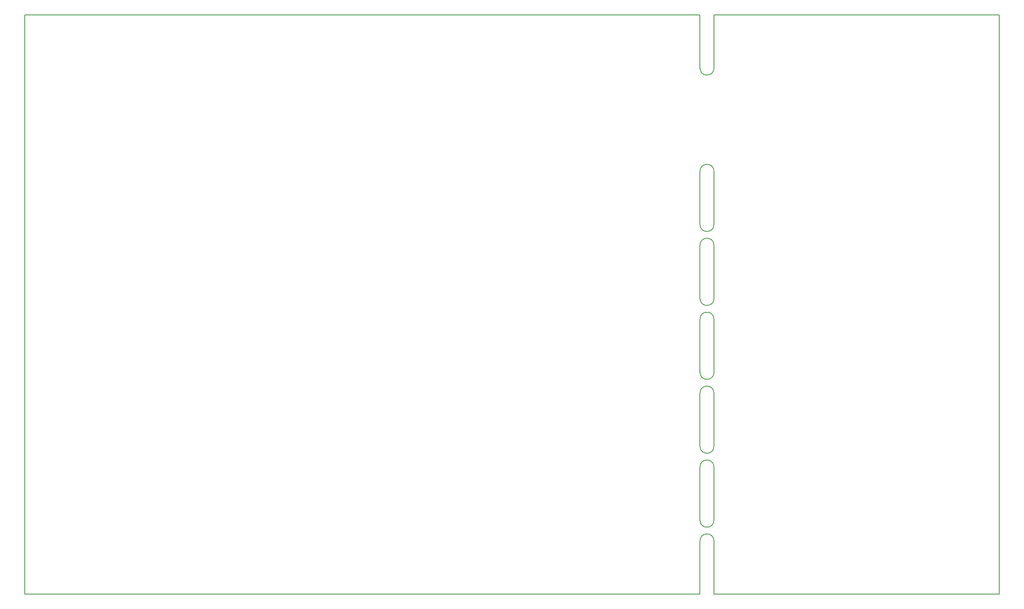
<source format=gm1>
%TF.GenerationSoftware,KiCad,Pcbnew,9.0.1*%
%TF.CreationDate,2025-04-25T11:11:11+02:00*%
%TF.ProjectId,voicemail-box,766f6963-656d-4616-996c-2d626f782e6b,rev?*%
%TF.SameCoordinates,PX5f5e100PY5f5e100*%
%TF.FileFunction,Profile,NP*%
%FSLAX45Y45*%
G04 Gerber Fmt 4.5, Leading zero omitted, Abs format (unit mm)*
G04 Created by KiCad (PCBNEW 9.0.1) date 2025-04-25 11:11:11*
%MOMM*%
%LPD*%
G01*
G04 APERTURE LIST*
%TA.AperFunction,Profile*%
%ADD10C,0.150000*%
%TD*%
G04 APERTURE END LIST*
D10*
X7880000Y-3060000D02*
G75*
G02*
X8180000Y-3060000I150000J0D01*
G01*
X8180000Y7140000D02*
X8180000Y8290000D01*
X7880000Y130000D02*
G75*
G02*
X8180000Y130000I150000J0D01*
G01*
X-6670000Y8290000D02*
X7880000Y8290000D01*
X7880000Y1725000D02*
G75*
G02*
X8180000Y1725000I150000J0D01*
G01*
X8180000Y7140000D02*
G75*
G02*
X7880000Y7140000I-150000J0D01*
G01*
X7880000Y2170000D02*
X7880000Y3320000D01*
X8180000Y-4210000D02*
X14330000Y-4210000D01*
X8180000Y575000D02*
G75*
G02*
X7880000Y575000I-150000J0D01*
G01*
X8180000Y3765000D02*
G75*
G02*
X7880000Y3765000I-150000J0D01*
G01*
X7880000Y575000D02*
X7880000Y1725000D01*
X7880000Y3765000D02*
X7880000Y4915000D01*
X7880000Y7140000D02*
X7880000Y8290000D01*
X8180000Y-2615000D02*
X8180000Y-1465000D01*
X7880000Y-1465000D02*
G75*
G02*
X8180000Y-1465000I150000J0D01*
G01*
X7880000Y3320000D02*
G75*
G02*
X8180000Y3320000I150000J0D01*
G01*
X8180000Y3765000D02*
X8180000Y4915000D01*
X7880000Y-1020000D02*
X7880000Y130000D01*
X8180000Y-3060000D02*
X8180000Y-4210000D01*
X8180000Y2170000D02*
G75*
G02*
X7880000Y2170000I-150000J0D01*
G01*
X8180000Y575000D02*
X8180000Y1725000D01*
X-6670000Y-4210000D02*
X-6670000Y8290000D01*
X7880000Y4915000D02*
G75*
G02*
X8180000Y4915000I150000J0D01*
G01*
X7880000Y-2615000D02*
X7880000Y-1465000D01*
X-6670000Y-4210000D02*
X7880000Y-4210000D01*
X14330000Y-4210000D02*
X14330000Y8290000D01*
X8180000Y-1020000D02*
X8180000Y130000D01*
X7880000Y-3060000D02*
X7880000Y-4210000D01*
X8180000Y-1020000D02*
G75*
G02*
X7880000Y-1020000I-150000J0D01*
G01*
X8180000Y2170000D02*
X8180000Y3320000D01*
X8180000Y8290000D02*
X14330000Y8290000D01*
X8180000Y-2615000D02*
G75*
G02*
X7880000Y-2615000I-150000J0D01*
G01*
M02*

</source>
